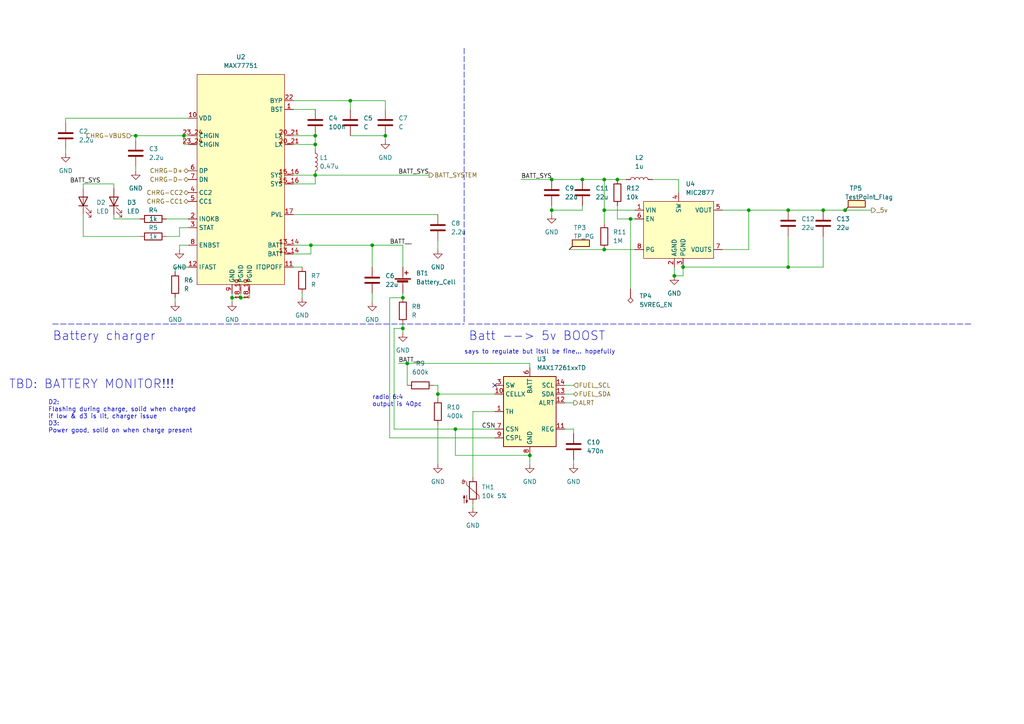
<source format=kicad_sch>
(kicad_sch (version 20211123) (generator eeschema)
  (paper "A4")
  (title_block (title "Battery / Power") (date "2022-04-23") (rev "Rev1-Pre") (comment 1 "https://github.com/cinnamondev/gamepithing"))
  (lib_symbols
    (symbol "Battery_Management:MAX17261xxTD"
      (property "Reference" "U" (at -6.985 11.43 0))
      (property "Value" "MAX17261xxTD" (at 8.255 11.43 0))
      (symbol "MAX17261xxTD_0_1"
        (rectangle (start -7.62 10.16) (end 7.62 -10.16) (stroke (width 0.254)) (fill (type background)))
      )
      (symbol "MAX17261xxTD_1_1"
        (pin passive line (at -10.16 0 0) (length 2.54) (name "TH") (number "1"))
        (pin input line (at -10.16 5.08 0) (length 2.54) (name "CELLX") (number "10"))
        (pin power_out line (at 10.16 -5.08 180) (length 2.54) (name "REG") (number "11"))
        (pin open_collector line (at 10.16 2.54 180) (length 2.54) (name "ALRT") (number "12"))
        (pin bidirectional line (at 10.16 5.08 180) (length 2.54) (name "SDA") (number "13"))
        (pin input line (at 10.16 7.62 180) (length 2.54) (name "SCL") (number "14"))
        (pin passive line (at 0 -12.7 90) (length 2.54) hide (name "GND") (number "15"))
        (pin no_connect line (at 2.54 -10.16 90) (length 2.54) hide (name "NC") (number "2"))
        (pin output line (at -10.16 7.62 0) (length 2.54) (name "SW") (number "3"))
        (pin no_connect line (at -2.54 -10.16 90) (length 2.54) hide (name "NC") (number "4"))
        (pin no_connect line (at 5.08 -10.16 90) (length 2.54) hide (name "NC") (number "5"))
        (pin power_in line (at 0 12.7 270) (length 2.54) (name "BATT") (number "6"))
        (pin passive line (at -10.16 -5.08 0) (length 2.54) (name "CSN") (number "7"))
        (pin power_in line (at 0 -12.7 90) (length 2.54) (name "GND") (number "8"))
        (pin passive line (at -10.16 -7.62 0) (length 2.54) (name "CSPL") (number "9"))
      )
    )
    (symbol "CM4IO:MAX77751"
      (property "Reference" "U2" (at 0 19.05 0))
      (property "Value" "MAX77751" (at 0 16.51 0))
      (symbol "MAX77751_0_1"
        (rectangle (start -12.7 13.97) (end 12.7 -46.99) (stroke (width 0.1524)) (fill (type background)))
      )
      (symbol "MAX77751_1_1"
        (pin input line (at 15.24 3.81 180) (length 2.54) (name "BST") (number "1"))
        (pin power_in line (at -15.24 1.27 0) (length 2.54) (name "VDD") (number "10"))
        (pin input line (at 15.24 -41.91 180) (length 2.54) (name "ITOPOFF") (number "11"))
        (pin input line (at -15.24 -41.91 0) (length 2.54) (name "IFAST") (number "12"))
        (pin power_in line (at 15.24 -38.1 180) (length 2.54) (name "BATT") (number "13_14"))
        (pin power_in line (at 15.24 -35.56 180) (length 2.54) (name "BATT") (number "13_14"))
        (pin power_out line (at 15.24 -17.78 180) (length 2.54) (name "SYS") (number "15_16"))
        (pin power_out line (at 15.24 -15.24 180) (length 2.54) (name "SYS") (number "15_16"))
        (pin input line (at 15.24 -26.67 180) (length 2.54) (name "PVL") (number "17"))
        (pin power_in line (at 0 -49.53 90) (length 2.54) (name "PGND") (number "18_19"))
        (pin power_in line (at 2.54 -49.53 90) (length 2.54) (name "PGND") (number "18_19"))
        (pin output line (at -15.24 -27.94 0) (length 2.54) (name "INOKB") (number "2"))
        (pin input line (at 15.24 -6.35 180) (length 2.54) (name "LX") (number "20_21"))
        (pin input line (at 15.24 -3.81 180) (length 2.54) (name "LX") (number "20_21"))
        (pin input line (at 15.24 6.35 180) (length 2.54) (name "BYP") (number "22"))
        (pin power_in line (at -15.24 -6.35 0) (length 2.54) (name "CHGIN") (number "23_24"))
        (pin power_in line (at -15.24 -3.81 0) (length 2.54) (name "CHGIN") (number "23_24"))
        (pin output line (at -15.24 -30.48 0) (length 2.54) (name "STAT") (number "3"))
        (pin input line (at -15.24 -20.32 0) (length 2.54) (name "CC2") (number "4"))
        (pin input line (at -15.24 -22.86 0) (length 2.54) (name "CC1") (number "5"))
        (pin input line (at -15.24 -13.97 0) (length 2.54) (name "DP") (number "6"))
        (pin input line (at -15.24 -16.51 0) (length 2.54) (name "DN") (number "7"))
        (pin input line (at -15.24 -35.56 0) (length 2.54) (name "ENBST") (number "8"))
        (pin power_in line (at -2.54 -49.53 90) (length 2.54) (name "GND") (number "9"))
      )
    )
    (symbol "CM4IO:MIC2877"
      (property "Reference" "U" (at 0 0 0))
      (property "Value" "MIC2877" (at 0 0 0))
      (symbol "MIC2877_0_1"
        (rectangle (start -10.16 -1.27) (end 10.16 -17.78) (fill (type background)))
      )
      (symbol "MIC2877_1_1"
        (pin power_in line (at -12.7 -3.81 0) (length 2.54) (name "VIN") (number "1"))
        (pin power_in line (at -1.27 -20.32 90) (length 2.54) (name "AGND") (number "2"))
        (pin power_in line (at 1.27 -20.32 90) (length 2.54) (name "PGND") (number "3"))
        (pin power_out line (at 0 1.27 270) (length 2.54) (name "SW") (number "4"))
        (pin power_out line (at 12.7 -3.81 180) (length 2.54) (name "VOUT") (number "5"))
        (pin input line (at -12.7 -6.35 0) (length 2.54) (name "EN") (number "6"))
        (pin power_out line (at 12.7 -15.24 180) (length 2.54) (name "VOUTS") (number "7"))
        (pin input line (at -12.7 -15.24 0) (length 2.54) (name "PG") (number "8"))
      )
    )
    (symbol "Connector:TestPoint_Alt" (pin_numbers hide) (pin_names (offset 0.762) hide)
      (property "Reference" "TP" (at 0 6.858 0))
      (property "Value" "TestPoint_Alt" (at 0 5.08 0))
      (symbol "TestPoint_Alt_0_1"
        (polyline (pts (xy 0 2.54) (xy -0.762 3.302) (xy 0 4.064) (xy 0.762 3.302) (xy 0 2.54)))
      )
      (symbol "TestPoint_Alt_1_1"
        (pin passive line (at 0 0 90) (length 2.54) (name "1") (number "1"))
      )
    )
    (symbol "Connector:TestPoint_Flag" (pin_numbers hide) (pin_names (offset 0.762) hide)
      (property "Reference" "TP" (at 3.429 1.778 0))
      (property "Value" "TestPoint_Flag" (at 3.302 4.191 0))
      (symbol "TestPoint_Flag_0_1"
        (polyline (pts (xy 0 0) (xy 0.889 0.889)) (stroke (width 0.254)))
        (rectangle (start 0.889 2.794) (end 5.842 0.889) (stroke (width 0.254)) (fill (type background)))
      )
      (symbol "TestPoint_Flag_1_1"
        (pin passive line (at 0 0 90) (length 0) (name "1") (number "1"))
      )
    )
    (symbol "Device:Battery_Cell" (pin_numbers hide) (pin_names (offset 0) hide)
      (property "Reference" "BT" (at 2.54 2.54 0))
      (property "Value" "Battery_Cell" (at 2.54 0 0))
      (symbol "Battery_Cell_0_1"
        (rectangle (start -2.286 1.778) (end 2.286 1.524) (fill (type outline)))
        (rectangle (start -1.5748 1.1938) (end 1.4732 0.6858) (fill (type outline)))
        (polyline (pts (xy 0 0.762) (xy 0 0)))
        (polyline (pts (xy 0 1.778) (xy 0 2.54)))
        (polyline (pts (xy 0.508 3.429) (xy 1.524 3.429)) (stroke (width 0.254)))
        (polyline (pts (xy 1.016 3.937) (xy 1.016 2.921)) (stroke (width 0.254)))
      )
      (symbol "Battery_Cell_1_1"
        (pin passive line (at 0 5.08 270) (length 2.54) (name "+") (number "1"))
        (pin passive line (at 0 -2.54 90) (length 2.54) (name "-") (number "2"))
      )
    )
    (symbol "Device:C" (pin_numbers hide) (pin_names (offset 0.254))
      (property "Reference" "C" (at 0.635 2.54 0))
      (property "Value" "C" (at 0.635 -2.54 0))
      (symbol "C_0_1"
        (polyline (pts (xy -2.032 -0.762) (xy 2.032 -0.762)) (stroke (width 0.508)))
        (polyline (pts (xy -2.032 0.762) (xy 2.032 0.762)) (stroke (width 0.508)))
      )
      (symbol "C_1_1"
        (pin passive line (at 0 3.81 270) (length 2.794) (name "~") (number "1"))
        (pin passive line (at 0 -3.81 90) (length 2.794) (name "~") (number "2"))
      )
    )
    (symbol "Device:L" (pin_numbers hide) (pin_names (offset 1.016) hide)
      (property "Reference" "L" (at -1.27 0 90))
      (property "Value" "L" (at 1.905 0 90))
      (symbol "L_0_1"
        (arc (start 0 -2.54) (mid 0.635 -1.905) (end 0 -1.27))
        (arc (start 0 -1.27) (mid 0.635 -0.635) (end 0 0))
        (arc (start 0 0) (mid 0.635 0.635) (end 0 1.27))
        (arc (start 0 1.27) (mid 0.635 1.905) (end 0 2.54))
      )
      (symbol "L_1_1"
        (pin passive line (at 0 3.81 270) (length 1.27) (name "1") (number "1"))
        (pin passive line (at 0 -3.81 90) (length 1.27) (name "2") (number "2"))
      )
    )
    (symbol "Device:LED" (pin_numbers hide) (pin_names (offset 1.016) hide)
      (property "Reference" "D" (at 0 2.54 0))
      (property "Value" "LED" (at 0 -2.54 0))
      (symbol "LED_0_1"
        (polyline (pts (xy -1.27 -1.27) (xy -1.27 1.27)) (stroke (width 0.254)))
        (polyline (pts (xy -1.27 0) (xy 1.27 0)))
        (polyline (pts (xy 1.27 -1.27) (xy 1.27 1.27) (xy -1.27 0) (xy 1.27 -1.27)) (stroke (width 0.254)))
        (polyline (pts (xy -3.048 -0.762) (xy -4.572 -2.286) (xy -3.81 -2.286) (xy -4.572 -2.286) (xy -4.572 -1.524)))
        (polyline (pts (xy -1.778 -0.762) (xy -3.302 -2.286) (xy -2.54 -2.286) (xy -3.302 -2.286) (xy -3.302 -1.524)))
      )
      (symbol "LED_1_1"
        (pin passive line (at -3.81 0 0) (length 2.54) (name "K") (number "1"))
        (pin passive line (at 3.81 0 180) (length 2.54) (name "A") (number "2"))
      )
    )
    (symbol "Device:R" (pin_numbers hide) (pin_names (offset 0))
      (property "Reference" "R" (at 2.032 0 90))
      (property "Value" "R" (at 0 0 90))
      (symbol "R_0_1"
        (rectangle (start -1.016 -2.54) (end 1.016 2.54) (stroke (width 0.254)))
      )
      (symbol "R_1_1"
        (pin passive line (at 0 3.81 270) (length 1.27) (name "~") (number "1"))
        (pin passive line (at 0 -3.81 90) (length 1.27) (name "~") (number "2"))
      )
    )
    (symbol "Device:Thermistor_NTC" (pin_numbers hide) (pin_names (offset 0))
      (property "Reference" "TH" (at -4.445 0 90))
      (property "Value" "Thermistor_NTC" (at 3.175 0 90))
      (symbol "Thermistor_NTC_0_1"
        (arc (start -3.048 2.159) (mid -3.0505 2.3165) (end -3.175 2.413))
        (arc (start -3.048 2.159) (mid -2.9736 1.9794) (end -2.794 1.905))
        (arc (start -3.048 2.794) (mid -2.9736 2.6144) (end -2.794 2.54))
        (arc (start -2.794 1.905) (mid -2.6144 1.9794) (end -2.54 2.159))
        (arc (start -2.794 2.54) (mid -2.434 2.5608) (end -2.159 2.794))
        (arc (start -2.794 3.048) (mid -2.9736 2.9736) (end -3.048 2.794))
        (arc (start -2.54 2.794) (mid -2.6144 2.9736) (end -2.794 3.048))
        (rectangle (start -1.016 2.54) (end 1.016 -2.54) (stroke (width 0.254)))
        (polyline (pts (xy -2.54 2.159) (xy -2.54 2.794)))
        (polyline (pts (xy -1.778 2.54) (xy -1.778 1.524) (xy 1.778 -1.524) (xy 1.778 -2.54)))
        (polyline (pts (xy -2.54 -3.683) (xy -2.54 -1.397) (xy -2.794 -2.159) (xy -2.286 -2.159) (xy -2.54 -1.397) (xy -2.54 -1.651)) (fill (type outline)))
        (polyline (pts (xy -1.778 -1.397) (xy -1.778 -3.683) (xy -2.032 -2.921) (xy -1.524 -2.921) (xy -1.778 -3.683) (xy -1.778 -3.429)) (fill (type outline)))
      )
      (symbol "Thermistor_NTC_1_1"
        (pin passive line (at 0 3.81 270) (length 1.27) (name "~") (number "1"))
        (pin passive line (at 0 -3.81 90) (length 1.27) (name "~") (number "2"))
      )
    )
    (symbol "power:GND" (power) (pin_names (offset 0))
      (property "Value" "GND" (at 0 -3.81 0))
      (symbol "GND_0_1"
        (polyline (pts (xy 0 0) (xy 0 -1.27) (xy 1.27 -1.27) (xy 0 -2.54) (xy -1.27 -1.27) (xy 0 -1.27)))
      )
      (symbol "GND_1_1"
        (pin power_in line (at 0 0 270) (length 0) hide (name "GND") (number "1"))
      )
    )
  )
  (junction (at 132.08 124.46))
  (junction (at 39.37 39.37))
  (junction (at 116.84 86.36))
  (junction (at 153.67 132.08))
  (junction (at 182.88 63.5))
  (junction (at 245.11 60.96))
  (junction (at 101.6 29.21))
  (junction (at 168.91 52.07))
  (junction (at 116.84 95.25))
  (junction (at 175.26 52.07))
  (junction (at 175.26 72.39))
  (junction (at 53.34 39.37))
  (junction (at 195.58 80.01))
  (junction (at 118.11 105.41))
  (junction (at 160.02 52.07))
  (junction (at 69.85 86.36))
  (junction (at 67.31 86.36))
  (junction (at 179.07 52.07))
  (junction (at 127 114.3))
  (junction (at 91.44 41.91))
  (junction (at 175.26 60.96))
  (junction (at 198.12 77.47))
  (junction (at 91.44 39.37))
  (junction (at 107.95 71.12))
  (junction (at 91.44 50.8))
  (junction (at 160.02 60.96))
  (junction (at 228.6 60.96))
  (junction (at 111.76 39.37))
  (junction (at 228.6 77.47))
  (junction (at 238.76 60.96))
  (junction (at 90.17 71.12))
  (junction (at 217.17 60.96))
  (no_connect (at 143.51 111.76))
  (wire (pts (xy 39.37 39.37) (xy 53.34 39.37)))
  (wire (pts (xy 69.85 86.36) (xy 67.31 86.36)))
  (wire (pts (xy 189.23 52.07) (xy 196.85 52.07)))
  (wire (pts (xy 228.6 60.96) (xy 238.76 60.96)))
  (wire (pts (xy 85.09 29.21) (xy 101.6 29.21)))
  (wire (pts (xy 72.39 86.36) (xy 69.85 86.36)))
  (wire (pts (xy 19.05 35.56) (xy 19.05 34.29)))
  (wire (pts (xy 163.83 116.84) (xy 166.37 116.84)))
  (wire (pts (xy 40.64 63.5) (xy 33.02 63.5)))
  (wire (pts (xy 67.31 85.09) (xy 67.31 86.36)))
  (polyline (pts (xy 134.62 13.97) (xy 134.62 93.98)))
  (wire (pts (xy 114.3 124.46) (xy 114.3 95.25)))
  (wire (pts (xy 195.58 77.47) (xy 195.58 80.01)))
  (wire (pts (xy 127 111.76) (xy 127 114.3)))
  (wire (pts (xy 85.09 53.34) (xy 91.44 53.34)))
  (wire (pts (xy 107.95 71.12) (xy 107.95 77.47)))
  (wire (pts (xy 125.73 111.76) (xy 127 111.76)))
  (wire (pts (xy 33.02 63.5) (xy 33.02 62.23)))
  (wire (pts (xy 113.03 127) (xy 143.51 127)))
  (wire (pts (xy 175.26 52.07) (xy 179.07 52.07)))
  (wire (pts (xy 160.02 52.07) (xy 168.91 52.07)))
  (wire (pts (xy 182.88 63.5) (xy 184.15 63.5)))
  (wire (pts (xy 137.16 119.38) (xy 143.51 119.38)))
  (wire (pts (xy 168.91 60.96) (xy 160.02 60.96)))
  (wire (pts (xy 228.6 77.47) (xy 198.12 77.47)))
  (wire (pts (xy 127 69.85) (xy 127 72.39)))
  (wire (pts (xy 53.34 39.37) (xy 54.61 39.37)))
  (wire (pts (xy 132.08 124.46) (xy 114.3 124.46)))
  (wire (pts (xy 101.6 39.37) (xy 111.76 39.37)))
  (wire (pts (xy 118.11 105.41) (xy 118.11 111.76)))
  (wire (pts (xy 179.07 52.07) (xy 181.61 52.07)))
  (wire (pts (xy 175.26 60.96) (xy 175.26 64.77)))
  (wire (pts (xy 90.17 73.66) (xy 90.17 71.12)))
  (wire (pts (xy 175.26 72.39) (xy 184.15 72.39)))
  (wire (pts (xy 127 114.3) (xy 143.51 114.3)))
  (wire (pts (xy 54.61 41.91) (xy 53.34 41.91)))
  (wire (pts (xy 238.76 77.47) (xy 228.6 77.47)))
  (wire (pts (xy 85.09 39.37) (xy 91.44 39.37)))
  (wire (pts (xy 132.08 124.46) (xy 132.08 132.08)))
  (wire (pts (xy 111.76 29.21) (xy 111.76 31.75)))
  (wire (pts (xy 166.37 124.46) (xy 166.37 125.73)))
  (wire (pts (xy 54.61 77.47) (xy 50.8 77.47)))
  (wire (pts (xy 52.07 71.12) (xy 52.07 72.39)))
  (wire (pts (xy 166.37 114.3) (xy 163.83 114.3)))
  (wire (pts (xy 85.09 77.47) (xy 87.63 77.47)))
  (wire (pts (xy 198.12 77.47) (xy 198.12 80.01)))
  (wire (pts (xy 115.57 105.41) (xy 118.11 105.41)))
  (wire (pts (xy 107.95 71.12) (xy 116.84 71.12)))
  (wire (pts (xy 72.39 85.09) (xy 72.39 86.36)))
  (wire (pts (xy 168.91 52.07) (xy 175.26 52.07)))
  (wire (pts (xy 165.1 72.39) (xy 175.26 72.39)))
  (wire (pts (xy 114.3 95.25) (xy 116.84 95.25)))
  (wire (pts (xy 91.44 39.37) (xy 91.44 41.91)))
  (wire (pts (xy 116.84 86.36) (xy 113.03 86.36)))
  (polyline (pts (xy 15.24 93.98) (xy 134.62 93.98)))
  (wire (pts (xy 195.58 80.01) (xy 198.12 80.01)))
  (wire (pts (xy 107.95 85.09) (xy 107.95 87.63)))
  (wire (pts (xy 116.84 71.12) (xy 116.84 77.47)))
  (wire (pts (xy 50.8 77.47) (xy 50.8 78.74)))
  (wire (pts (xy 143.51 124.46) (xy 132.08 124.46)))
  (wire (pts (xy 137.16 146.05) (xy 137.16 147.32)))
  (wire (pts (xy 175.26 60.96) (xy 175.26 52.07)))
  (wire (pts (xy 163.83 124.46) (xy 166.37 124.46)))
  (wire (pts (xy 67.31 86.36) (xy 67.31 87.63)))
  (wire (pts (xy 116.84 86.36) (xy 116.84 85.09)))
  (wire (pts (xy 85.09 71.12) (xy 90.17 71.12)))
  (wire (pts (xy 153.67 132.08) (xy 153.67 134.62)))
  (wire (pts (xy 116.84 96.52) (xy 116.84 95.25)))
  (wire (pts (xy 85.09 31.75) (xy 91.44 31.75)))
  (wire (pts (xy 217.17 72.39) (xy 217.17 60.96)))
  (wire (pts (xy 19.05 34.29) (xy 54.61 34.29)))
  (wire (pts (xy 184.15 60.96) (xy 175.26 60.96)))
  (wire (pts (xy 87.63 85.09) (xy 87.63 86.36)))
  (wire (pts (xy 91.44 50.8) (xy 124.46 50.8)))
  (wire (pts (xy 52.07 66.04) (xy 54.61 66.04)))
  (wire (pts (xy 101.6 29.21) (xy 101.6 31.75)))
  (wire (pts (xy 91.44 41.91) (xy 91.44 43.18)))
  (wire (pts (xy 182.88 83.82) (xy 182.88 63.5)))
  (wire (pts (xy 245.11 60.96) (xy 252.73 60.96)))
  (wire (pts (xy 179.07 59.69) (xy 179.07 63.5)))
  (wire (pts (xy 39.37 48.26) (xy 39.37 49.53)))
  (wire (pts (xy 196.85 52.07) (xy 196.85 55.88)))
  (wire (pts (xy 228.6 68.58) (xy 228.6 77.47)))
  (wire (pts (xy 179.07 63.5) (xy 182.88 63.5)))
  (wire (pts (xy 39.37 39.37) (xy 39.37 40.64)))
  (wire (pts (xy 48.26 63.5) (xy 54.61 63.5)))
  (wire (pts (xy 50.8 86.36) (xy 50.8 87.63)))
  (wire (pts (xy 90.17 71.12) (xy 107.95 71.12)))
  (wire (pts (xy 166.37 133.35) (xy 166.37 134.62)))
  (wire (pts (xy 168.91 59.69) (xy 168.91 60.96)))
  (wire (pts (xy 127 114.3) (xy 127 115.57)))
  (wire (pts (xy 101.6 29.21) (xy 111.76 29.21)))
  (wire (pts (xy 111.76 39.37) (xy 111.76 40.64)))
  (wire (pts (xy 53.34 41.91) (xy 53.34 39.37)))
  (wire (pts (xy 54.61 71.12) (xy 52.07 71.12)))
  (wire (pts (xy 166.37 111.76) (xy 163.83 111.76)))
  (wire (pts (xy 52.07 68.58) (xy 52.07 66.04)))
  (wire (pts (xy 69.85 85.09) (xy 69.85 86.36)))
  (wire (pts (xy 85.09 62.23) (xy 127 62.23)))
  (wire (pts (xy 116.84 95.25) (xy 116.84 93.98)))
  (wire (pts (xy 19.05 43.18) (xy 19.05 44.45)))
  (wire (pts (xy 91.44 53.34) (xy 91.44 50.8)))
  (wire (pts (xy 153.67 105.41) (xy 153.67 106.68)))
  (polyline (pts (xy 135.89 93.98) (xy 281.94 93.98)))
  (wire (pts (xy 209.55 72.39) (xy 217.17 72.39)))
  (wire (pts (xy 85.09 41.91) (xy 91.44 41.91)))
  (wire (pts (xy 209.55 60.96) (xy 217.17 60.96)))
  (wire (pts (xy 85.09 73.66) (xy 90.17 73.66)))
  (wire (pts (xy 24.13 62.23) (xy 24.13 68.58)))
  (wire (pts (xy 113.03 86.36) (xy 113.03 127)))
  (wire (pts (xy 24.13 53.34) (xy 33.02 53.34)))
  (wire (pts (xy 160.02 62.23) (xy 160.02 60.96)))
  (wire (pts (xy 238.76 60.96) (xy 245.11 60.96)))
  (wire (pts (xy 151.13 52.07) (xy 160.02 52.07)))
  (wire (pts (xy 33.02 53.34) (xy 33.02 54.61)))
  (wire (pts (xy 85.09 50.8) (xy 91.44 50.8)))
  (wire (pts (xy 24.13 68.58) (xy 40.64 68.58)))
  (wire (pts (xy 38.1 39.37) (xy 39.37 39.37)))
  (wire (pts (xy 132.08 132.08) (xy 153.67 132.08)))
  (wire (pts (xy 137.16 138.43) (xy 137.16 119.38)))
  (wire (pts (xy 127 123.19) (xy 127 134.62)))
  (wire (pts (xy 217.17 60.96) (xy 228.6 60.96)))
  (wire (pts (xy 48.26 68.58) (xy 52.07 68.58)))
  (wire (pts (xy 24.13 54.61) (xy 24.13 53.34)))
  (wire (pts (xy 160.02 60.96) (xy 160.02 59.69)))
  (wire (pts (xy 238.76 68.58) (xy 238.76 77.47)))
  (wire (pts (xy 118.11 105.41) (xy 153.67 105.41)))
  (text "Batt --> 5v BOOST" (at 135.89 99.06 0) (effects (font (size 2.54 2.54)) (justify left bottom)))
  (text "Battery charger" (at 15.24 99.06 0) (effects (font (size 2.54 2.54)) (justify left bottom)))
  (text "Switching start/reboot circuit\nInitial state: GLOBAL_EN high" (at 111.76 -29.21 0) (effects (font (size 1.27 1.27)) (justify left bottom)))
  (text "says to regulate but itsll be fine... hopefully" (at 134.62 102.87 0) (effects (font (size 1.27 1.27)) (justify left bottom)))
  (text "TBD: BATTERY MONITOR!!!" (at 2.54 113.03 0) (effects (font (size 2.54 2.54)) (justify left bottom)))
  (text "radio 6:4\noutput is 40pc\n" (at 107.95 118.11 0) (effects (font (size 1.27 1.27)) (justify left bottom)))
  (text "511-STEF05PUR\n\nIntegrate for EFUSE CURRENT PROTECTION!!" (at 86.36 -1.27 0) (effects (font (size 1.27 1.27)) (justify left bottom)))
  (text "D2:\nFlashing during charge, solid when charged\nif low & d3 is lit, charger issue\nD3:\nPower good, solid on when charge present\n" (at 13.97 125.73 0) (effects (font (size 1.27 1.27)) (justify left bottom)))
  (label "CSN" (at 139.7 124.46 0))
  (label "BATT_SYS" (at 29.21 53.34 180))
  (label "BATT__" (at 113.03 71.12 0))
  (label "BATT_SYS" (at 151.13 52.07 0))
  (label "BATT__" (at 115.57 105.41 0))
  (label "BATT_SYS" (at 124.46 50.8 180))
  (hierarchical_label "CHRG-CC1" (shape bidirectional) (at 54.61 58.42 180))
  (hierarchical_label "FUEL_SDA" (shape bidirectional) (at 166.37 114.3 0))
  (hierarchical_label "CHRG-D-" (shape bidirectional) (at 54.61 52.07 180))
  (hierarchical_label "CHRG-VBUS" (shape input) (at 38.1 39.37 180))
  (hierarchical_label "FUEL_SCL" (shape input) (at 166.37 111.76 0))
  (hierarchical_label "ALRT" (shape output) (at 166.37 116.84 0))
  (hierarchical_label "CHRG-CC2" (shape bidirectional) (at 54.61 55.88 180))
  (hierarchical_label "_5v" (shape output) (at 252.73 60.96 0))
  (hierarchical_label "CHRG-D+" (shape bidirectional) (at 54.61 49.53 180))
  (hierarchical_label "BATT_SYSTEM" (shape output) (at 124.46 50.8 0))
  (symbol (lib_id "Device:Battery_Cell") (at 116.84 82.55 0) (unit 1)
    (property "Reference" "BT1" (at 120.65 79.2479 0) (effects (justify left)))
    (property "Value" "Battery_Cell" (at 120.65 81.7879 0) (effects (justify left)))
    (property "Footprint" "Connector_JST:JST_XH_S2B-XH-A_1x02_P2.50mm_Horizontal" (effects hide))
  )
  (symbol (lib_id "power:GND") (at 195.58 80.01 0) (unit 1)
    (property "Reference" "#PWR021" (effects hide))
    (property "Value" "GND" (at 195.58 85.09 0))
  )
  (symbol (lib_id "Battery_Management:MAX17261xxTD") (at 153.67 119.38 0) (unit 1)
    (property "Reference" "U3" (at 155.6894 104.14 0) (effects (justify left)))
    (property "Value" "MAX17261xxTD" (at 155.6894 106.68 0) (effects (justify left)))
    (property "Footprint" "Package_DFN_QFN:TDFN-14-1EP_3x3mm_P0.4mm_EP1.78x2.35mm" (effects hide))
    (property "Datasheet" "https://datasheets.maximintegrated.com/en/ds/MAX17261.pdf" (effects hide))
  )
  (symbol (lib_id "power:GND") (at 87.63 86.36 0) (unit 1)
    (property "Reference" "#PWR011" (effects hide))
    (property "Value" "GND" (at 87.63 91.44 0))
  )
  (symbol (lib_id "power:GND") (at 116.84 96.52 0) (unit 1)
    (property "Reference" "#PWR014" (effects hide))
    (property "Value" "GND" (at 116.84 101.6 0))
  )
  (symbol (lib_id "Device:L") (at 91.44 46.99 0) (unit 1)
    (property "Reference" "L1" (at 92.71 45.7199 0) (effects (justify left)))
    (property "Value" "0.47u" (at 92.71 48.2599 0) (effects (justify left)))
    (property "Footprint" "Inductor_SMD:L_1008_2520Metric_Pad1.43x2.20mm_HandSolder" (effects hide))
  )
  (symbol (lib_id "CM4IO:MAX77751") (at 69.85 35.56 0) (unit 1)
    (property "Reference" "U2" (at 69.85 16.51 0))
    (property "Value" "MAX77751" (at 69.85 19.05 0))
    (property "Footprint" "CM4IO:IC_MAX77751FEFG+" (effects hide))
    (property "Datasheet" "https://www.mouser.co.uk/datasheet/2/256/MAX77751-1879090.pdf" (effects hide))
  )
  (symbol (lib_id "Connector:TestPoint_Flag") (at 165.1 72.39 0) (unit 1)
    (property "Reference" "TP3" (at 166.37 66.04 0) (effects (justify left)))
    (property "Value" "TP_PG" (at 166.37 68.58 0) (effects (justify left)))
    (property "Footprint" "TestPoint:TestPoint_THTPad_1.0x1.0mm_Drill0.5mm" (effects hide))
  )
  (symbol (lib_id "power:GND") (at 39.37 49.53 0) (unit 1)
    (property "Reference" "#PWR07" (effects hide))
    (property "Value" "GND" (at 39.37 54.61 0))
  )
  (symbol (lib_id "Device:C") (at 101.6 35.56 0) (unit 1)
    (property "Reference" "C5" (at 105.41 34.2899 0) (effects (justify left)))
    (property "Value" "C" (at 105.41 36.8299 0) (effects (justify left)))
    (property "Footprint" "Capacitor_SMD:C_0805_2012Metric_Pad1.18x1.45mm_HandSolder" (effects hide))
  )
  (symbol (lib_id "Connector:TestPoint_Alt") (at 182.88 83.82 180) (unit 1)
    (property "Reference" "TP4" (at 185.42 85.8519 0) (effects (justify right)))
    (property "Value" "5VREG_EN" (at 185.42 88.3919 0) (effects (justify right)))
    (property "Footprint" "TestPoint:TestPoint_THTPad_1.0x1.0mm_Drill0.5mm" (effects hide))
  )
  (symbol (lib_id "Device:C") (at 166.37 129.54 0) (unit 1)
    (property "Reference" "C10" (at 170.18 128.2699 0) (effects (justify left)))
    (property "Value" "470n" (at 170.18 130.8099 0) (effects (justify left)))
    (property "Footprint" "Capacitor_SMD:C_0603_1608Metric_Pad1.08x0.95mm_HandSolder" (effects hide))
  )
  (symbol (lib_id "Device:C") (at 107.95 81.28 0) (unit 1)
    (property "Reference" "C6" (at 111.76 80.0099 0) (effects (justify left)))
    (property "Value" "22u" (at 111.76 82.5499 0) (effects (justify left)))
    (property "Footprint" "Capacitor_SMD:C_0805_2012Metric_Pad1.18x1.45mm_HandSolder" (effects hide))
  )
  (symbol (lib_id "Device:L") (at 185.42 52.07 90) (unit 1)
    (property "Reference" "L2" (at 185.42 45.72 90))
    (property "Value" "1u" (at 185.42 48.26 90))
    (property "Footprint" "Inductor_SMD:L_1008_2520Metric_Pad1.43x2.20mm_HandSolder" (effects hide))
  )
  (symbol (lib_id "Device:LED") (at 24.13 58.42 90) (unit 1)
    (property "Reference" "D2" (at 27.94 58.7374 90) (effects (justify right)))
    (property "Value" "LED" (at 27.94 61.2774 90) (effects (justify right)))
    (property "Footprint" "LED_SMD:LED_0805_2012Metric_Pad1.15x1.40mm_HandSolder" (effects hide))
    (property "Field4" "https://www.mouser.co.uk/ProductDetail/Wurth-Elektronik/150080RS75000?qs=LlUlMxKIyB2jdCo7bnfgew%3D%3D" (effects hide))
  )
  (symbol (lib_id "Device:C") (at 111.76 35.56 0) (unit 1)
    (property "Reference" "C7" (at 115.57 34.2899 0) (effects (justify left)))
    (property "Value" "C" (at 115.57 36.8299 0) (effects (justify left)))
    (property "Footprint" "Capacitor_SMD:C_0805_2012Metric_Pad1.18x1.45mm_HandSolder" (effects hide))
  )
  (symbol (lib_id "Device:R") (at 87.63 81.28 0) (unit 1)
    (property "Reference" "R7" (at 90.17 80.0099 0) (effects (justify left)))
    (property "Value" "R" (at 90.17 82.5499 0) (effects (justify left)))
    (property "Footprint" "Resistor_SMD:R_0603_1608Metric_Pad0.98x0.95mm_HandSolder" (effects hide))
  )
  (symbol (lib_id "Device:R") (at 50.8 82.55 0) (unit 1)
    (property "Reference" "R6" (at 53.34 81.2799 0) (effects (justify left)))
    (property "Value" "R" (at 53.34 83.8199 0) (effects (justify left)))
    (property "Footprint" "Resistor_SMD:R_0603_1608Metric_Pad0.98x0.95mm_HandSolder" (effects hide))
  )
  (symbol (lib_id "Connector:TestPoint_Flag") (at 245.11 60.96 0) (unit 1)
    (property "Reference" "TP5" (at 246.38 54.61 0) (effects (justify left)))
    (property "Value" "TestPoint_Flag" (at 245.11 57.15 0) (effects (justify left)))
    (property "Footprint" "TestPoint:TestPoint_THTPad_1.0x1.0mm_Drill0.5mm" (effects hide))
  )
  (symbol (lib_id "Device:C") (at 19.05 39.37 0) (unit 1)
    (property "Reference" "C2" (at 22.86 38.0999 0) (effects (justify left)))
    (property "Value" "2.2u" (at 22.86 40.6399 0) (effects (justify left)))
    (property "Footprint" "Capacitor_SMD:C_0603_1608Metric_Pad1.08x0.95mm_HandSolder" (effects hide))
  )
  (symbol (lib_id "Device:R") (at 44.45 68.58 90) (unit 1)
    (property "Reference" "R5" (at 44.45 66.04 90))
    (property "Value" "1k" (at 44.45 68.58 90))
    (property "Footprint" "Resistor_SMD:R_0805_2012Metric_Pad1.20x1.40mm_HandSolder" (effects hide))
  )
  (symbol (lib_id "power:GND") (at 127 134.62 0) (unit 1)
    (property "Reference" "#PWR016" (effects hide))
    (property "Value" "GND" (at 127 139.7 0))
  )
  (symbol (lib_id "power:GND") (at 111.76 40.64 0) (unit 1)
    (property "Reference" "#PWR013" (effects hide))
    (property "Value" "GND" (at 111.76 45.72 0))
  )
  (symbol (lib_id "Device:LED") (at 33.02 58.42 90) (unit 1)
    (property "Reference" "D3" (at 36.83 58.7374 90) (effects (justify right)))
    (property "Value" "LED" (at 36.83 61.2774 90) (effects (justify right)))
    (property "Footprint" "LED_SMD:LED_0805_2012Metric_Pad1.15x1.40mm_HandSolder" (effects hide))
    (property "Field4" "https://www.mouser.co.uk/ProductDetail/Wurth-Elektronik/150080YS75000?qs=LlUlMxKIyB3k0fZGrDMI2w%3D%3D" (effects hide))
  )
  (symbol (lib_id "power:GND") (at 50.8 87.63 0) (unit 1)
    (property "Reference" "#PWR08" (effects hide))
    (property "Value" "GND" (at 50.8 92.71 0))
  )
  (symbol (lib_id "Device:R") (at 175.26 68.58 0) (unit 1)
    (property "Reference" "R11" (at 177.8 67.3099 0) (effects (justify left)))
    (property "Value" "1M" (at 177.8 69.8499 0) (effects (justify left)))
    (property "Footprint" "Resistor_SMD:R_0805_2012Metric_Pad1.20x1.40mm_HandSolder" (effects hide))
  )
  (symbol (lib_id "power:GND") (at 67.31 87.63 0) (unit 1)
    (property "Reference" "#PWR010" (effects hide))
    (property "Value" "GND" (at 67.31 92.71 0))
  )
  (symbol (lib_id "Device:C") (at 238.76 64.77 0) (unit 1)
    (property "Reference" "C13" (at 242.57 63.4999 0) (effects (justify left)))
    (property "Value" "22u" (at 242.57 66.0399 0) (effects (justify left)))
    (property "Footprint" "Capacitor_SMD:C_0805_2012Metric_Pad1.18x1.45mm_HandSolder" (effects hide))
  )
  (symbol (lib_id "Device:C") (at 228.6 64.77 0) (unit 1)
    (property "Reference" "C12" (at 232.41 63.4999 0) (effects (justify left)))
    (property "Value" "22u" (at 232.41 66.0399 0) (effects (justify left)))
    (property "Footprint" "Capacitor_SMD:C_0805_2012Metric_Pad1.18x1.45mm_HandSolder" (effects hide))
  )
  (symbol (lib_id "Device:C") (at 39.37 44.45 0) (unit 1)
    (property "Reference" "C3" (at 43.18 43.1799 0) (effects (justify left)))
    (property "Value" "2.2u" (at 43.18 45.7199 0) (effects (justify left)))
    (property "Footprint" "Capacitor_SMD:C_0805_2012Metric_Pad1.18x1.45mm_HandSolder" (effects hide))
  )
  (symbol (lib_id "Device:C") (at 127 66.04 0) (unit 1)
    (property "Reference" "C8" (at 130.81 64.7699 0) (effects (justify left)))
    (property "Value" "2.2u" (at 130.81 67.3099 0) (effects (justify left)))
    (property "Footprint" "Capacitor_SMD:C_0603_1608Metric_Pad1.08x0.95mm_HandSolder" (effects hide))
  )
  (symbol (lib_id "Device:Thermistor_NTC") (at 137.16 142.24 0) (unit 1)
    (property "Reference" "TH1" (at 139.7 141.2874 0) (effects (justify left)))
    (property "Value" "10k 5%" (at 139.7 143.8274 0) (effects (justify left)))
    (property "Footprint" "Resistor_SMD:R_0805_2012Metric_Pad1.20x1.40mm_HandSolder" (effects hide))
    (property "Datasheet" "https://product.tdk.com/system/files/dam/doc/product/sensor/ntc/chip-ntc-thermistor/catalog/tpd_commercial_ntc-thermistor_ntcg_en.pdf" (effects hide))
  )
  (symbol (lib_id "power:GND") (at 19.05 44.45 0) (unit 1)
    (property "Reference" "#PWR06" (effects hide))
    (property "Value" "GND" (at 19.05 49.53 0))
  )
  (symbol (lib_id "Device:R") (at 44.45 63.5 90) (unit 1)
    (property "Reference" "R4" (at 44.45 60.96 90))
    (property "Value" "1k" (at 44.45 63.5 90))
    (property "Footprint" "Resistor_SMD:R_0805_2012Metric_Pad1.20x1.40mm_HandSolder" (effects hide))
  )
  (symbol (lib_id "power:GND") (at 137.16 147.32 0) (unit 1)
    (property "Reference" "#PWR017" (effects hide))
    (property "Value" "GND" (at 137.16 152.4 0))
  )
  (symbol (lib_id "power:GND") (at 107.95 87.63 0) (unit 1)
    (property "Reference" "#PWR012" (effects hide))
    (property "Value" "GND" (at 107.95 92.71 0))
  )
  (symbol (lib_id "Device:R") (at 179.07 55.88 0) (unit 1)
    (property "Reference" "R12" (at 181.61 54.6099 0) (effects (justify left)))
    (property "Value" "10k" (at 181.61 57.1499 0) (effects (justify left)))
    (property "Footprint" "Resistor_SMD:R_0805_2012Metric_Pad1.20x1.40mm_HandSolder" (effects hide))
  )
  (symbol (lib_id "power:GND") (at 166.37 134.62 0) (unit 1)
    (property "Reference" "#PWR020" (effects hide))
    (property "Value" "GND" (at 166.37 139.7 0))
  )
  (symbol (lib_id "power:GND") (at 160.02 62.23 0) (unit 1)
    (property "Reference" "#PWR019" (effects hide))
    (property "Value" "GND" (at 160.02 67.31 0))
  )
  (symbol (lib_id "power:GND") (at 127 72.39 0) (unit 1)
    (property "Reference" "#PWR015" (effects hide))
    (property "Value" "GND" (at 127 77.47 0))
  )
  (symbol (lib_id "CM4IO:MIC2877") (at 196.85 57.15 0) (unit 1)
    (property "Reference" "U4" (at 198.8694 53.34 0) (effects (justify left)))
    (property "Value" "MIC2877" (at 198.8694 55.88 0) (effects (justify left)))
    (property "Footprint" "CM4IO:MIC2877-AYFT-TR" (effects hide))
    (property "Datasheet" "https://ww1.microchip.com/downloads/en/DeviceDoc/20005873A.pdf" (effects hide))
  )
  (symbol (lib_id "Device:R") (at 116.84 90.17 0) (unit 1)
    (property "Reference" "R8" (at 119.38 88.8999 0) (effects (justify left)))
    (property "Value" "R" (at 119.38 91.4399 0) (effects (justify left)))
    (property "Footprint" "Resistor_SMD:R_0805_2012Metric_Pad1.20x1.40mm_HandSolder" (effects hide))
  )
  (symbol (lib_id "Device:R") (at 127 119.38 0) (unit 1)
    (property "Reference" "R10" (at 129.54 118.1099 0) (effects (justify left)))
    (property "Value" "400k" (at 129.54 120.6499 0) (effects (justify left)))
    (property "Footprint" "Resistor_SMD:R_0603_1608Metric_Pad0.98x0.95mm_HandSolder" (effects hide))
  )
  (symbol (lib_id "Device:C") (at 160.02 55.88 0) (unit 1)
    (property "Reference" "C9" (at 163.83 54.6099 0) (effects (justify left)))
    (property "Value" "22u" (at 163.83 57.1499 0) (effects (justify left)))
    (property "Footprint" "Capacitor_SMD:C_0805_2012Metric_Pad1.18x1.45mm_HandSolder" (effects hide))
  )
  (symbol (lib_id "Device:C") (at 91.44 35.56 0) (unit 1)
    (property "Reference" "C4" (at 95.25 34.2899 0) (effects (justify left)))
    (property "Value" "100n" (at 95.25 36.8299 0) (effects (justify left)))
    (property "Footprint" "Capacitor_SMD:C_0805_2012Metric_Pad1.18x1.45mm_HandSolder" (effects hide))
  )
  (symbol (lib_id "power:GND") (at 153.67 134.62 0) (unit 1)
    (property "Reference" "#PWR018" (effects hide))
    (property "Value" "GND" (at 153.67 139.7 0))
  )
  (symbol (lib_id "Device:R") (at 121.92 111.76 90) (unit 1)
    (property "Reference" "R9" (at 121.92 105.41 90))
    (property "Value" "600k" (at 121.92 107.95 90))
    (property "Footprint" "Resistor_SMD:R_0603_1608Metric_Pad0.98x0.95mm_HandSolder" (effects hide))
  )
  (symbol (lib_id "Device:C") (at 168.91 55.88 0) (unit 1)
    (property "Reference" "C11" (at 172.72 54.6099 0) (effects (justify left)))
    (property "Value" "22u" (at 172.72 57.1499 0) (effects (justify left)))
    (property "Footprint" "Capacitor_SMD:C_0805_2012Metric_Pad1.18x1.45mm_HandSolder" (effects hide))
  )
  (symbol (lib_id "power:GND") (at 52.07 72.39 0) (unit 1)
    (property "Reference" "#PWR09" (effects hide))
    (property "Value" "GND" (at 52.07 77.47 0))
  )
)
</source>
